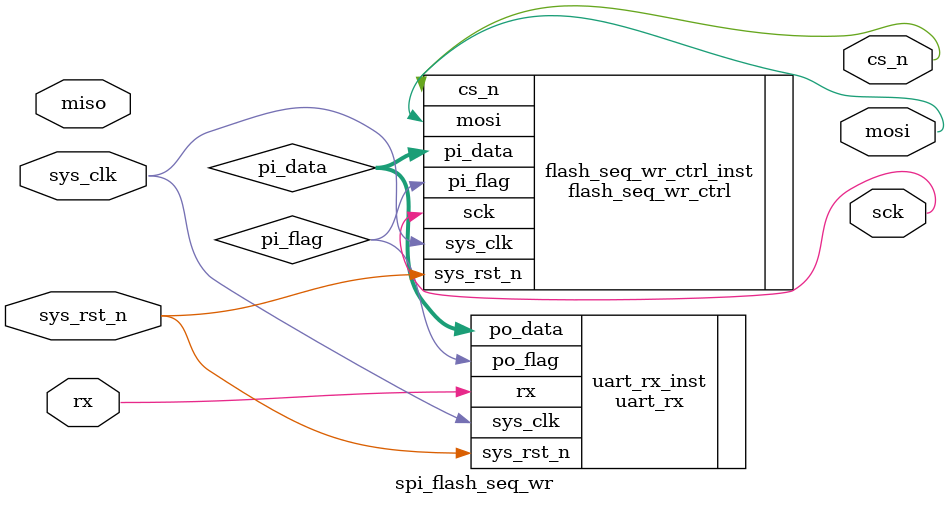
<source format=v>
module  spi_flash_seq_wr
(
    input   wire            sys_clk     ,
    input   wire            sys_rst_n   ,
    input   wire            rx          ,
    input   wire            miso        ,

    output  wire            cs_n        ,
    output  wire            sck         ,
    output  wire            mosi
);

parameter   UART_BPS = 9600,
            CLK_FREQ = 50_000_000;

wire    pi_flag;
wire    [7:0]   pi_data;

uart_rx 
#(
    .UART_BPS    (UART_BPS),
    .CLK_FREQ    (CLK_FREQ)
)
uart_rx_inst
(
    .sys_clk     (sys_clk),
    .sys_rst_n   (sys_rst_n),
    .rx          (rx),

    .po_data     (pi_data),
    .po_flag     (pi_flag)
);

flash_seq_wr_ctrl   flash_seq_wr_ctrl_inst
(
    .sys_clk     (sys_clk),
    .sys_rst_n   (sys_rst_n),
    .pi_flag    (pi_flag),
    .pi_data    (pi_data),

    .cs_n        (cs_n),
    .sck         (sck),
    .mosi        (mosi)
);



endmodule

</source>
